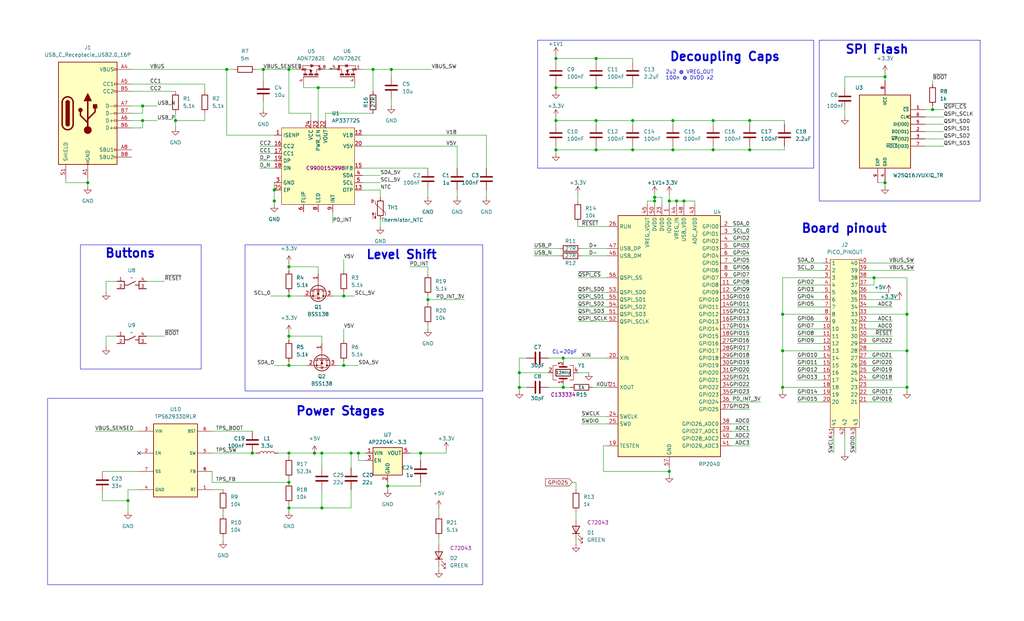
<source format=kicad_sch>
(kicad_sch (version 20231120) (generator "eeschema") (generator_version "8.0")
  (paper "USLegal")
  (title_block (title "PicoPD Pro") (date "2024-12-06") (company "CentyLab"))
  (junction (at 227.33 68.58))
  (junction (at 121.92 157.48))
  (junction (at 119.38 102.87))
  (junction (at 219.71 52.07))
  (junction (at 307.34 63.5))
  (junction (at 247.65 52.07))
  (junction (at 271.78 109.22))
  (junction (at 323.85 38.1))
  (junction (at 247.65 41.91))
  (junction (at 146.05 157.48))
  (junction (at 195.58 124.46))
  (junction (at 134.62 168.91))
  (junction (at 110.49 30.48))
  (junction (at 44.45 173.99))
  (junction (at 100.33 102.87))
  (junction (at 135.89 24.13))
  (junction (at 100.33 92.71))
  (junction (at 95.25 66.04))
  (junction (at 219.71 41.91))
  (junction (at 314.96 134.62))
  (junction (at 100.33 24.13))
  (junction (at 78.74 24.13))
  (junction (at 119.38 127))
  (junction (at 49.53 36.83))
  (junction (at 49.53 41.91))
  (junction (at 129.54 24.13))
  (junction (at 207.01 52.07))
  (junction (at 100.33 116.84))
  (junction (at 180.34 134.62))
  (junction (at 207.01 20.32))
  (junction (at 100.33 167.64))
  (junction (at 148.59 104.14))
  (junction (at 111.76 157.48))
  (junction (at 233.68 41.91))
  (junction (at 303.53 96.52))
  (junction (at 60.96 41.91))
  (junction (at 232.41 163.83))
  (junction (at 314.96 109.22))
  (junction (at 180.34 129.54))
  (junction (at 234.95 69.85))
  (junction (at 124.46 157.48))
  (junction (at 307.34 26.67))
  (junction (at 109.22 157.48))
  (junction (at 91.44 24.13))
  (junction (at 260.35 41.91))
  (junction (at 271.78 134.62))
  (junction (at 95.25 69.85))
  (junction (at 260.35 52.07))
  (junction (at 207.01 41.91))
  (junction (at 100.33 127))
  (junction (at 207.01 30.48))
  (junction (at 193.04 20.32))
  (junction (at 193.04 52.07))
  (junction (at 30.48 63.5))
  (junction (at 227.33 69.85))
  (junction (at 314.96 121.92))
  (junction (at 232.41 69.85))
  (junction (at 111.76 176.53))
  (junction (at 193.04 30.48))
  (junction (at 87.63 157.48))
  (junction (at 193.04 41.91))
  (junction (at 237.49 69.85))
  (junction (at 100.33 157.48))
  (junction (at 271.78 121.92))
  (junction (at 100.33 176.53))
  (junction (at 233.68 52.07))
  (junction (at 195.58 134.62))
  (no_connect (at 48.26 157.48))
  (wire (pts (xy 271.78 121.92) (xy 285.75 121.92)))
  (wire (pts (xy 60.96 41.91) (xy 60.96 44.45)))
  (wire (pts (xy 45.72 36.83) (xy 49.53 36.83)))
  (wire (pts (xy 36.83 116.84) (xy 40.64 116.84)))
  (wire (pts (xy 314.96 135.89) (xy 314.96 134.62)))
  (wire (pts (xy 271.78 121.92) (xy 271.78 134.62)))
  (wire (pts (xy 323.85 38.1) (xy 327.66 38.1)))
  (wire (pts (xy 110.49 30.48) (xy 105.41 30.48)))
  (wire (pts (xy 254 124.46) (xy 260.35 124.46)))
  (wire (pts (xy 254 104.14) (xy 260.35 104.14)))
  (wire (pts (xy 50.8 116.84) (xy 57.15 116.84)))
  (wire (pts (xy 300.99 114.3) (xy 309.88 114.3)))
  (wire (pts (xy 254 93.98) (xy 260.35 93.98)))
  (wire (pts (xy 300.99 129.54) (xy 309.88 129.54)))
  (wire (pts (xy 254 111.76) (xy 260.35 111.76)))
  (wire (pts (xy 201.93 147.32) (xy 210.82 147.32)))
  (wire (pts (xy 209.55 154.94) (xy 209.55 163.83)))
  (wire (pts (xy 247.65 41.91) (xy 260.35 41.91)))
  (wire (pts (xy 73.66 167.64) (xy 100.33 167.64)))
  (wire (pts (xy 49.53 36.83) (xy 49.53 39.37)))
  (wire (pts (xy 180.34 134.62) (xy 182.88 134.62)))
  (wire (pts (xy 219.71 29.21) (xy 219.71 30.48)))
  (wire (pts (xy 300.99 132.08) (xy 309.88 132.08)))
  (wire (pts (xy 200.025 177.8) (xy 200.025 180.34)))
  (wire (pts (xy 73.66 157.48) (xy 87.63 157.48)))
  (wire (pts (xy 303.53 96.52) (xy 303.53 99.06)))
  (wire (pts (xy 271.78 96.52) (xy 271.78 109.22)))
  (wire (pts (xy 35.56 163.83) (xy 48.26 163.83)))
  (wire (pts (xy 90.17 58.42) (xy 95.25 58.42)))
  (wire (pts (xy 100.33 24.13) (xy 102.87 24.13)))
  (wire (pts (xy 232.41 67.31) (xy 232.41 69.85)))
  (wire (pts (xy 44.45 173.99) (xy 35.56 173.99)))
  (wire (pts (xy 100.33 175.26) (xy 100.33 176.53)))
  (wire (pts (xy 229.87 68.58) (xy 227.33 68.58)))
  (wire (pts (xy 254 81.28) (xy 260.35 81.28)))
  (wire (pts (xy 254 78.74) (xy 260.35 78.74)))
  (wire (pts (xy 293.37 38.1) (xy 293.37 40.64)))
  (wire (pts (xy 300.99 134.62) (xy 314.96 134.62)))
  (wire (pts (xy 107.95 41.91) (xy 107.95 39.37)))
  (wire (pts (xy 142.24 92.71) (xy 148.59 92.71)))
  (wire (pts (xy 303.53 96.52) (xy 314.96 96.52)))
  (wire (pts (xy 254 147.32) (xy 260.35 147.32)))
  (wire (pts (xy 180.34 129.54) (xy 190.5 129.54)))
  (wire (pts (xy 121.92 157.48) (xy 124.46 157.48)))
  (wire (pts (xy 276.86 139.7) (xy 285.75 139.7)))
  (wire (pts (xy 180.34 129.54) (xy 180.34 124.46)))
  (wire (pts (xy 142.24 157.48) (xy 146.05 157.48)))
  (wire (pts (xy 44.45 170.18) (xy 48.26 170.18)))
  (wire (pts (xy 121.92 170.18) (xy 121.92 176.53)))
  (wire (pts (xy 45.72 44.45) (xy 49.53 44.45)))
  (wire (pts (xy 148.59 95.25) (xy 148.59 92.71)))
  (wire (pts (xy 200.66 129.54) (xy 204.47 129.54)))
  (wire (pts (xy 234.95 69.85) (xy 237.49 69.85)))
  (wire (pts (xy 234.95 69.85) (xy 234.95 71.12)))
  (wire (pts (xy 276.86 129.54) (xy 285.75 129.54)))
  (wire (pts (xy 119.38 114.3) (xy 119.38 118.11)))
  (wire (pts (xy 113.03 24.13) (xy 115.57 24.13)))
  (wire (pts (xy 247.65 50.8) (xy 247.65 52.07)))
  (wire (pts (xy 276.86 99.06) (xy 285.75 99.06)))
  (wire (pts (xy 113.03 41.91) (xy 113.03 39.37)))
  (wire (pts (xy 201.93 144.78) (xy 210.82 144.78)))
  (wire (pts (xy 193.04 30.48) (xy 207.01 30.48)))
  (wire (pts (xy 91.44 27.94) (xy 91.44 24.13)))
  (wire (pts (xy 77.47 177.8) (xy 77.47 179.07)))
  (wire (pts (xy 260.35 41.91) (xy 260.35 43.18)))
  (wire (pts (xy 100.33 157.48) (xy 100.33 158.75)))
  (polyline (pts (xy 186.69 13.97) (xy 282.575 13.97)))
  (wire (pts (xy 254 139.7) (xy 264.16 139.7)))
  (wire (pts (xy 152.4 176.53) (xy 152.4 179.07)))
  (wire (pts (xy 132.08 76.2) (xy 132.08 78.74)))
  (wire (pts (xy 100.33 102.87) (xy 100.33 101.6)))
  (wire (pts (xy 254 149.86) (xy 260.35 149.86)))
  (wire (pts (xy 148.59 113.03) (xy 148.59 114.3)))
  (wire (pts (xy 233.68 50.8) (xy 233.68 52.07)))
  (wire (pts (xy 200.66 67.31) (xy 200.66 69.85)))
  (wire (pts (xy 73.66 170.18) (xy 77.47 170.18)))
  (wire (pts (xy 90.17 55.88) (xy 95.25 55.88)))
  (wire (pts (xy 276.86 127) (xy 285.75 127)))
  (wire (pts (xy 232.41 69.85) (xy 232.41 71.12)))
  (wire (pts (xy 289.56 151.13) (xy 289.56 157.48)))
  (wire (pts (xy 119.38 127) (xy 124.46 127)))
  (wire (pts (xy 193.04 30.48) (xy 193.04 31.75)))
  (wire (pts (xy 254 86.36) (xy 260.35 86.36)))
  (wire (pts (xy 314.96 121.92) (xy 314.96 109.22)))
  (wire (pts (xy 125.73 24.13) (xy 129.54 24.13)))
  (wire (pts (xy 154.94 156.21) (xy 154.94 157.48)))
  (wire (pts (xy 224.79 69.85) (xy 227.33 69.85)))
  (wire (pts (xy 321.31 45.72) (xy 327.66 45.72)))
  (wire (pts (xy 95.25 66.04) (xy 95.25 69.85)))
  (wire (pts (xy 233.68 41.91) (xy 233.68 43.18)))
  (wire (pts (xy 100.33 116.84) (xy 100.33 118.11)))
  (wire (pts (xy 207.01 20.32) (xy 219.71 20.32)))
  (wire (pts (xy 125.73 58.42) (xy 148.59 58.42)))
  (wire (pts (xy 110.49 30.48) (xy 110.49 41.91)))
  (wire (pts (xy 193.04 19.05) (xy 193.04 20.32)))
  (wire (pts (xy 247.65 41.91) (xy 247.65 43.18)))
  (wire (pts (xy 300.99 139.7) (xy 309.88 139.7)))
  (wire (pts (xy 45.72 39.37) (xy 49.53 39.37)))
  (wire (pts (xy 78.74 24.13) (xy 81.28 24.13)))
  (wire (pts (xy 148.59 104.14) (xy 148.59 105.41)))
  (wire (pts (xy 100.33 39.37) (xy 100.33 24.13)))
  (wire (pts (xy 300.99 111.76) (xy 309.88 111.76)))
  (wire (pts (xy 297.18 151.13) (xy 297.18 157.48)))
  (wire (pts (xy 193.04 52.07) (xy 207.01 52.07)))
  (wire (pts (xy 254 114.3) (xy 260.35 114.3)))
  (wire (pts (xy 200.66 104.14) (xy 210.82 104.14)))
  (wire (pts (xy 190.5 124.46) (xy 195.58 124.46)))
  (wire (pts (xy 219.71 41.91) (xy 233.68 41.91)))
  (wire (pts (xy 78.74 24.13) (xy 78.74 46.99)))
  (wire (pts (xy 91.44 24.13) (xy 100.33 24.13)))
  (wire (pts (xy 276.86 106.68) (xy 285.75 106.68)))
  (wire (pts (xy 146.05 167.64) (xy 146.05 168.91)))
  (wire (pts (xy 219.71 20.32) (xy 219.71 21.59)))
  (wire (pts (xy 193.04 52.07) (xy 193.04 53.34)))
  (wire (pts (xy 100.33 157.48) (xy 109.22 157.48)))
  (wire (pts (xy 254 91.44) (xy 260.35 91.44)))
  (wire (pts (xy 276.86 91.44) (xy 285.75 91.44)))
  (wire (pts (xy 168.91 66.04) (xy 168.91 68.58)))
  (wire (pts (xy 60.96 39.37) (xy 60.96 41.91)))
  (wire (pts (xy 227.33 67.31) (xy 227.33 68.58)))
  (wire (pts (xy 271.78 134.62) (xy 285.75 134.62)))
  (wire (pts (xy 148.59 66.04) (xy 148.59 68.58)))
  (wire (pts (xy 88.9 24.13) (xy 91.44 24.13)))
  (wire (pts (xy 22.86 63.5) (xy 30.48 63.5)))
  (wire (pts (xy 200.66 96.52) (xy 210.82 96.52)))
  (wire (pts (xy 30.48 62.23) (xy 30.48 63.5)))
  (wire (pts (xy 96.52 157.48) (xy 100.33 157.48)))
  (wire (pts (xy 307.34 26.67) (xy 307.34 27.94)))
  (wire (pts (xy 134.62 168.91) (xy 134.62 170.18)))
  (wire (pts (xy 200.66 106.68) (xy 210.82 106.68)))
  (wire (pts (xy 260.35 50.8) (xy 260.35 52.07)))
  (wire (pts (xy 232.41 69.85) (xy 234.95 69.85)))
  (wire (pts (xy 115.57 102.87) (xy 119.38 102.87)))
  (wire (pts (xy 307.34 63.5) (xy 307.34 64.77)))
  (wire (pts (xy 254 132.08) (xy 260.35 132.08)))
  (wire (pts (xy 276.86 116.84) (xy 285.75 116.84)))
  (wire (pts (xy 90.17 50.8) (xy 95.25 50.8)))
  (wire (pts (xy 158.75 58.42) (xy 158.75 50.8)))
  (wire (pts (xy 254 96.52) (xy 260.35 96.52)))
  (wire (pts (xy 300.99 91.44) (xy 317.5 91.44)))
  (wire (pts (xy 185.42 88.9) (xy 194.31 88.9)))
  (wire (pts (xy 232.41 163.83) (xy 232.41 165.1)))
  (wire (pts (xy 314.96 109.22) (xy 314.96 96.52)))
  (wire (pts (xy 36.83 97.79) (xy 40.64 97.79)))
  (wire (pts (xy 190.5 134.62) (xy 195.58 134.62)))
  (wire (pts (xy 193.04 21.59) (xy 193.04 20.32)))
  (wire (pts (xy 237.49 69.85) (xy 241.3 69.85)))
  (wire (pts (xy 276.86 132.08) (xy 285.75 132.08)))
  (wire (pts (xy 45.72 41.91) (xy 49.53 41.91)))
  (wire (pts (xy 111.76 157.48) (xy 121.92 157.48)))
  (wire (pts (xy 300.99 124.46) (xy 309.88 124.46)))
  (wire (pts (xy 276.86 111.76) (xy 285.75 111.76)))
  (wire (pts (xy 180.34 129.54) (xy 180.34 134.62)))
  (wire (pts (xy 207.01 41.91) (xy 207.01 43.18)))
  (wire (pts (xy 207.01 30.48) (xy 219.71 30.48)))
  (wire (pts (xy 91.44 35.56) (xy 91.44 38.1)))
  (wire (pts (xy 107.95 39.37) (xy 100.33 39.37)))
  (wire (pts (xy 300.99 106.68) (xy 309.88 106.68)))
  (wire (pts (xy 200.66 78.74) (xy 200.66 77.47)))
  (polyline (pts (xy 186.69 13.97) (xy 186.69 58.42)))
  (wire (pts (xy 254 129.54) (xy 260.35 129.54)))
  (wire (pts (xy 121.92 157.48) (xy 121.92 162.56)))
  (wire (pts (xy 49.53 41.91) (xy 54.61 41.91)))
  (wire (pts (xy 124.46 160.02) (xy 124.46 157.48)))
  (wire (pts (xy 93.98 102.87) (xy 100.33 102.87)))
  (wire (pts (xy 254 137.16) (xy 260.35 137.16)))
  (wire (pts (xy 71.12 39.37) (xy 71.12 41.91)))
  (wire (pts (xy 116.84 127) (xy 119.38 127)))
  (wire (pts (xy 193.04 41.91) (xy 193.04 43.18)))
  (wire (pts (xy 125.73 46.99) (xy 168.91 46.99)))
  (wire (pts (xy 146.05 157.48) (xy 146.05 160.02)))
  (wire (pts (xy 100.33 92.71) (xy 100.33 93.98)))
  (wire (pts (xy 185.42 86.36) (xy 194.31 86.36)))
  (wire (pts (xy 254 88.9) (xy 260.35 88.9)))
  (wire (pts (xy 321.31 43.18) (xy 327.66 43.18)))
  (wire (pts (xy 100.33 176.53) (xy 100.33 177.8)))
  (wire (pts (xy 200.025 167.64) (xy 200.025 170.18)))
  (wire (pts (xy 135.89 26.67) (xy 135.89 24.13)))
  (wire (pts (xy 30.48 63.5) (xy 30.48 64.77)))
  (wire (pts (xy 148.59 104.14) (xy 161.29 104.14)))
  (wire (pts (xy 300.99 121.92) (xy 314.96 121.92)))
  (wire (pts (xy 260.35 52.07) (xy 272.415 52.07)))
  (wire (pts (xy 293.37 26.67) (xy 307.34 26.67)))
  (wire (pts (xy 115.57 73.66) (xy 115.57 77.47)))
  (polyline (pts (xy 340.36 69.85) (xy 284.48 69.85)))
  (wire (pts (xy 201.93 86.36) (xy 210.82 86.36)))
  (wire (pts (xy 125.73 63.5) (xy 132.08 63.5)))
  (wire (pts (xy 44.45 173.99) (xy 44.45 170.18)))
  (wire (pts (xy 247.65 52.07) (xy 260.35 52.07)))
  (wire (pts (xy 207.01 29.21) (xy 207.01 30.48)))
  (wire (pts (xy 100.33 91.44) (xy 100.33 92.71)))
  (wire (pts (xy 224.79 71.12) (xy 224.79 69.85)))
  (wire (pts (xy 113.03 39.37) (xy 129.54 39.37)))
  (wire (pts (xy 100.33 176.53) (xy 111.76 176.53)))
  (wire (pts (xy 254 152.4) (xy 260.35 152.4)))
  (wire (pts (xy 276.86 119.38) (xy 285.75 119.38)))
  (wire (pts (xy 119.38 125.73) (xy 119.38 127)))
  (wire (pts (xy 193.04 20.32) (xy 207.01 20.32)))
  (wire (pts (xy 132.08 66.04) (xy 132.08 68.58)))
  (wire (pts (xy 207.01 41.91) (xy 219.71 41.91)))
  (wire (pts (xy 276.86 93.98) (xy 285.75 93.98)))
  (wire (pts (xy 45.72 24.13) (xy 78.74 24.13)))
  (wire (pts (xy 254 119.38) (xy 260.35 119.38)))
  (wire (pts (xy 201.93 88.9) (xy 210.82 88.9)))
  (polyline (pts (xy 284.48 13.97) (xy 340.36 13.97)))
  (wire (pts (xy 105.41 30.48) (xy 105.41 29.21)))
  (wire (pts (xy 209.55 163.83) (xy 232.41 163.83)))
  (wire (pts (xy 254 116.84) (xy 260.35 116.84)))
  (wire (pts (xy 210.82 154.94) (xy 209.55 154.94)))
  (wire (pts (xy 95.25 46.99) (xy 78.74 46.99)))
  (wire (pts (xy 300.99 119.38) (xy 309.88 119.38)))
  (wire (pts (xy 127 160.02) (xy 124.46 160.02)))
  (wire (pts (xy 90.17 53.34) (xy 95.25 53.34)))
  (wire (pts (xy 300.99 137.16) (xy 309.88 137.16)))
  (wire (pts (xy 300.99 93.98) (xy 317.5 93.98)))
  (wire (pts (xy 205.74 134.62) (xy 210.82 134.62)))
  (wire (pts (xy 109.22 157.48) (xy 111.76 157.48)))
  (wire (pts (xy 49.53 36.83) (xy 54.61 36.83)))
  (wire (pts (xy 323.85 29.21) (xy 323.85 27.94)))
  (wire (pts (xy 110.49 30.48) (xy 123.19 30.48)))
  (wire (pts (xy 233.68 52.07) (xy 247.65 52.07)))
  (wire (pts (xy 95.25 63.5) (xy 95.25 66.04)))
  (wire (pts (xy 134.62 168.91) (xy 146.05 168.91)))
  (wire (pts (xy 227.33 69.85) (xy 227.33 71.12)))
  (wire (pts (xy 321.31 50.8) (xy 327.66 50.8)))
  (wire (pts (xy 152.4 186.69) (xy 152.4 189.23)))
  (wire (pts (xy 135.89 24.13) (xy 149.86 24.13)))
  (wire (pts (xy 60.96 41.91) (xy 71.12 41.91)))
  (wire (pts (xy 200.66 111.76) (xy 210.82 111.76)))
  (wire (pts (xy 276.86 104.14) (xy 285.75 104.14)))
  (wire (pts (xy 200.66 78.74) (xy 210.82 78.74)))
  (wire (pts (xy 293.37 30.48) (xy 293.37 26.67)))
  (wire (pts (xy 180.34 124.46) (xy 182.88 124.46)))
  (wire (pts (xy 276.86 101.6) (xy 285.75 101.6)))
  (wire (pts (xy 100.33 102.87) (xy 105.41 102.87)))
  (wire (pts (xy 168.91 46.99) (xy 168.91 58.42)))
  (wire (pts (xy 300.99 101.6) (xy 308.61 101.6)))
  (wire (pts (xy 300.99 109.22) (xy 314.96 109.22)))
  (wire (pts (xy 321.31 48.26) (xy 327.66 48.26)))
  (wire (pts (xy 300.99 96.52) (xy 303.53 96.52)))
  (wire (pts (xy 200.025 187.96) (xy 200.025 189.23)))
  (wire (pts (xy 276.86 124.46) (xy 285.75 124.46)))
  (wire (pts (xy 254 121.92) (xy 260.35 121.92)))
  (wire (pts (xy 35.56 173.99) (xy 35.56 171.45)))
  (wire (pts (xy 276.86 137.16) (xy 285.75 137.16)))
  (wire (pts (xy 111.76 157.48) (xy 111.76 162.56)))
  (wire (pts (xy 271.78 134.62) (xy 271.78 135.89)))
  (wire (pts (xy 229.87 71.12) (xy 229.87 68.58)))
  (wire (pts (xy 44.45 177.8) (xy 44.45 173.99)))
  (wire (pts (xy 129.54 24.13) (xy 135.89 24.13)))
  (wire (pts (xy 237.49 69.85) (xy 237.49 71.12)))
  (wire (pts (xy 100.33 92.71) (xy 110.49 92.71)))
  (wire (pts (xy 100.33 167.64) (xy 100.33 166.37)))
  (wire (pts (xy 193.04 40.64) (xy 193.04 41.91)))
  (wire (pts (xy 271.78 109.22) (xy 285.75 109.22)))
  (wire (pts (xy 146.05 157.48) (xy 154.94 157.48)))
  (wire (pts (xy 271.78 109.22) (xy 271.78 121.92)))
  (wire (pts (xy 195.58 125.73) (xy 195.58 124.46)))
  (wire (pts (xy 195.58 133.35) (xy 195.58 134.62)))
  (wire (pts (xy 100.33 125.73) (xy 100.33 127)))
  (wire (pts (xy 195.58 134.62) (xy 198.12 134.62)))
  (wire (pts (xy 300.99 104.14) (xy 312.42 104.14)))
  (wire (pts (xy 33.02 149.86) (xy 48.26 149.86)))
  (wire (pts (xy 123.19 30.48) (xy 123.19 29.21)))
  (wire (pts (xy 119.38 90.17) (xy 119.38 93.98)))
  (wire (pts (xy 49.53 41.91) (xy 49.53 44.45)))
  (wire (pts (xy 271.78 96.52) (xy 285.75 96.52)))
  (wire (pts (xy 124.46 157.48) (xy 127 157.48)))
  (wire (pts (xy 260.35 41.91) (xy 272.415 41.91)))
  (wire (pts (xy 152.4 196.85) (xy 152.4 198.12)))
  (wire (pts (xy 195.58 124.46) (xy 210.82 124.46)))
  (wire (pts (xy 254 134.62) (xy 260.35 134.62)))
  (wire (pts (xy 254 142.24) (xy 260.35 142.24)))
  (wire (pts (xy 73.66 149.86) (xy 87.63 149.86)))
  (wire (pts (xy 272.415 52.07) (xy 272.415 50.8)))
  (wire (pts (xy 50.8 97.79) (xy 57.15 97.79)))
  (wire (pts (xy 71.12 29.21) (xy 71.12 31.75)))
  (wire (pts (xy 119.38 102.87) (xy 119.38 101.6)))
  (wire (pts (xy 193.04 50.8) (xy 193.04 52.07)))
  (wire (pts (xy 254 101.6) (xy 260.35 101.6)))
  (wire (pts (xy 100.33 116.84) (xy 111.76 116.84)))
  (polyline (pts (xy 284.48 13.97) (xy 284.48 69.85)))
  (wire (pts (xy 321.31 38.1) (xy 323.85 38.1)))
  (wire (pts (xy 158.75 66.04) (xy 158.75 68.58)))
  (wire (pts (xy 134.62 167.64) (xy 134.62 168.91)))
  (wire (pts (xy 321.31 40.64) (xy 327.66 40.64)))
  (wire (pts (xy 158.75 50.8) (xy 125.73 50.8)))
  (wire (pts (xy 254 154.94) (xy 260.35 154.94)))
  (wire (pts (xy 200.66 101.6) (xy 210.82 101.6)))
  (polyline (pts (xy 340.36 13.97) (xy 340.36 69.85)))
  (wire (pts (xy 219.71 41.91) (xy 219.71 43.18)))
  (wire (pts (xy 198.755 167.64) (xy 200.025 167.64)))
  (wire (pts (xy 254 127) (xy 260.35 127)))
  (wire (pts (xy 254 99.06) (xy 260.35 99.06)))
  (wire (pts (xy 241.3 69.85) (xy 241.3 71.12)))
  (wire (pts (xy 45.72 29.21) (xy 71.12 29.21)))
  (polyline (pts (xy 282.575 58.42) (xy 186.69 58.42)))
  (wire (pts (xy 254 109.22) (xy 260.35 109.22)))
  (wire (pts (xy 254 106.68) (xy 260.35 106.68)))
  (wire (pts (xy 73.66 167.64) (xy 73.66 163.83)))
  (wire (pts (xy 219.71 52.07) (xy 233.68 52.07)))
  (wire (pts (xy 193.04 41.91) (xy 207.01 41.91)))
  (wire (pts (xy 100.33 115.57) (xy 100.33 116.84)))
  (wire (pts (xy 148.59 102.87) (xy 148.59 104.14)))
  (wire (pts (xy 300.99 116.84) (xy 309.88 116.84)))
  (wire (pts (xy 219.71 50.8) (xy 219.71 52.07)))
  (wire (pts (xy 307.34 25.4) (xy 307.34 26.67)))
  (wire (pts (xy 200.66 109.22) (xy 210.82 109.22)))
  (wire (pts (xy 207.01 20.32) (xy 207.01 21.59)))
  (wire (pts (xy 110.49 92.71) (xy 110.49 95.25)))
  (wire (pts (xy 125.73 60.96) (xy 132.08 60.96)))
  (wire (pts (xy 121.92 176.53) (xy 111.76 176.53)))
  (polyline (pts (xy 282.575 13.97) (xy 282.575 58.42)))
  (wire (pts (xy 87.63 157.48) (xy 88.9 157.48)))
  (wire (pts (xy 293.37 151.13) (xy 293.37 157.48)))
  (wire (pts (xy 254 83.82) (xy 260.35 83.82)))
  (wire (pts (xy 125.73 66.04) (xy 132.08 66.04)))
  (wire (pts (xy 323.85 36.83) (xy 323.85 38.1)))
  (wire (pts (xy 314.96 134.62) (xy 314.96 121.92)))
  (wire (pts (xy 45.72 31.75) (xy 60.96 31.75)))
  (wire (pts (xy 300.99 99.06) (xy 303.53 99.06)))
  (wire (pts (xy 95.25 127) (xy 100.33 127)))
  (wire (pts (xy 276.86 114.3) (xy 285.75 114.3)))
  (wire (pts (xy 304.8 63.5) (xy 307.34 63.5)))
  (wire (pts (xy 95.25 69.85) (xy 95.25 71.12)))
  (wire (pts (xy 111.76 170.18) (xy 111.76 176.53)))
  (wire (pts (xy 119.38 102.87) (xy 123.19 102.87)))
  (wire (pts (xy 207.01 52.07) (xy 219.71 52.07)))
  (wire (pts (xy 77.47 186.69) (xy 77.47 187.96)))
  (wire (pts (xy 207.01 50.8) (xy 207.01 52.07)))
  (wire (pts (xy 193.04 29.21) (xy 193.04 30.48)))
  (wire (pts (xy 135.89 34.29) (xy 135.89 36.83)))
  (wire (pts (xy 22.86 62.23) (xy 22.86 63.5)))
  (wire (pts (xy 129.54 24.13) (xy 129.54 31.75)))
  (wire (pts (xy 233.68 41.91) (xy 247.65 41.91)))
  (wire (pts (xy 232.41 162.56) (xy 232.41 163.83)))
  (wire (pts (xy 180.34 134.62) (xy 180.34 135.89)))
  (wire (pts (xy 111.76 116.84) (xy 111.76 119.38)))
  (wire (pts (xy 100.33 127) (xy 106.68 127)))
  (wire (pts (xy 227.33 68.58) (xy 227.33 69.85)))
  (wire (pts (xy 36.83 116.84) (xy 36.83 120.65)))
  (wire (pts (xy 272.415 41.91) (xy 272.415 43.18)))
  (wire (pts (xy 300.99 127) (xy 309.88 127)))
  (wire (pts (xy 36.83 97.79) (xy 36.83 101.6)))
  (rectangle (start 85.09 85.09) (end 167.64 135.89))
  (rectangle (start 27.94 85.09) (end 69.85 128.27))
  (rectangle (start 16.51 138.43) (end 167.64 203.2))
  (text "Buttons" (at 36.322 89.916 0) (effects (font (size 3 3) (thickness 0.6) (bold yes)) (justify left bottom)))
  (text "CL=20pF\n" (at 191.77 123.19 0) (effects (font (size 1.27 1.27)) (justify left bottom)))
  (text "SPI Flash\n" (at 293.37 19.05 0) (effects (font (size 3 3) (thickness 0.6) (bold yes)) (justify left bottom)))
  (text "Board pinout" (at 278.13 81.28 0) (effects (font (size 3 3) (thickness 0.6) (bold yes)) (justify left bottom)))
  (text "Power Stages" (at 102.616 144.78 0) (effects (font (size 3 3) (thickness 0.6) (bold yes)) (justify left bottom)))
  (text "Level Shift" (at 127 90.424 0) (effects (font (size 3 3) (thickness 0.6) (bold yes)) (justify left bottom)))
  (text "2u2 @ VREG_OUT\n100n @ DVDD x2" (at 231.14 27.94 0) (effects (font (size 1.27 1.27)) (justify left bottom)))
  (text "Decoupling Caps" (at 232.41 21.59 0) (effects (font (size 3 3) (thickness 0.6) (bold yes)) (justify left bottom)))
  (label "PD_INT_3V" (at 161.29 104.14 180))
  (label "SDA_5V" (at 132.08 60.96 0))
  (label "SCL_5V" (at 123.19 102.87 0))
  (label "VBUS_SW" (at 317.5 91.44 180))
  (label "PD_INT_3V" (at 264.16 139.7 180))
  (label "GPIO21" (at 260.35 132.08 180))
  (label "~{QSPI_CS}" (at 200.66 96.52 0))
  (label "GPIO8" (at 276.86 116.84 0))
  (label "VBUS_SW" (at 149.86 24.13 0))
  (label "QSPI_SD1" (at 200.66 104.14 0))
  (label "GPIO18" (at 260.35 124.46 180))
  (label "V18" (at 154.94 46.99 0))
  (label "GPIO22" (at 260.35 134.62 180))
  (label "TPS_BOOT" (at 74.93 149.86 0))
  (label "QSPI_SD0" (at 327.66 43.18 0))
  (label "GPIO6" (at 276.86 111.76 0))
  (label "GPIO10" (at 276.86 124.46 0))
  (label "ADC1" (at 309.88 111.76 180))
  (label "GPIO10" (at 260.35 104.14 180))
  (label "SDA_0" (at 260.35 78.74 180))
  (label "GPIO20" (at 260.35 129.54 180))
  (label "XOUT" (at 207.01 134.62 0))
  (label "VBUS_SENSED" (at 91.44 24.13 0))
  (label "GPIO17" (at 260.35 121.92 180))
  (label "SWCLK" (at 201.93 144.78 0))
  (label "SCL_0" (at 260.35 81.28 180))
  (label "GPIO3" (at 260.35 86.36 180))
  (label "QSPI_SCLK" (at 200.66 111.76 0))
  (label "ADC3" (at 260.35 154.94 180))
  (label "GPIO12" (at 276.86 129.54 0))
  (label "USB_N" (at 54.61 36.83 0))
  (label "~{RESET}" (at 201.93 78.74 0))
  (label "D-" (at 204.47 88.9 0))
  (label "SWDIO" (at 201.93 147.32 0))
  (label "QSPI_SD0" (at 200.66 101.6 0))
  (label "NMOS" (at 114.3 24.13 0) (effects (font (size 0.254 0.254))))
  (label "V5V" (at 119.38 90.17 0))
  (label "USB_P" (at 54.61 41.91 0))
  (label "GPIO4" (at 276.86 104.14 0))
  (label "SDA_0" (at 276.86 91.44 0))
  (label "GPIO3" (at 276.86 101.6 0))
  (label "GPIO12" (at 260.35 109.22 180))
  (label "GPIO22" (at 309.88 119.38 180))
  (label "GPIO11" (at 276.86 127 0))
  (label "GPIO13" (at 260.35 111.76 180))
  (label "ADC1" (at 260.35 149.86 180))
  (label "GPIO9" (at 276.86 119.38 0))
  (label "GPIO11" (at 260.35 106.68 180))
  (label "GPIO23" (at 260.35 137.16 180))
  (label "GPIO7" (at 260.35 96.52 180))
  (label "GPIO19" (at 309.88 129.54 180))
  (label "GPIO20" (at 309.88 127 180))
  (label "V5V" (at 154.94 50.8 0))
  (label "ADC2" (at 309.88 106.68 180))
  (label "CC1" (at 52.07 29.21 0))
  (label "VBUS" (at 52.07 24.13 0))
  (label "~{RESET}" (at 309.88 116.84 180))
  (label "ADC0" (at 309.88 114.3 180))
  (label "GPIO5" (at 276.86 106.68 0))
  (label "~{QSPI_CS}" (at 327.66 38.1 0))
  (label "QSPI_SD1" (at 327.66 45.72 0))
  (label "TPS_SW" (at 74.93 157.48 0))
  (label "D_N" (at 90.17 58.42 0))
  (label "GPIO16" (at 260.35 119.38 180))
  (label "VBUS_SENSED" (at 33.02 149.86 0))
  (label "CC1" (at 90.17 53.34 0))
  (label "GPIO15" (at 276.86 139.7 0))
  (label "CC2" (at 52.07 31.75 0))
  (label "VBUS_SW" (at 317.5 93.98 180))
  (label "GPIO8" (at 260.35 99.06 180))
  (label "GPIO2" (at 260.35 83.82 180))
  (label "GPIO15" (at 260.35 116.84 180))
  (label "SCL_0" (at 276.86 93.98 0))
  (label "GPIO17" (at 309.88 137.16 180))
  (label "GPIO13" (at 276.86 132.08 0))
  (label "QSPI_SCLK" (at 327.66 40.64 0))
  (label "V5V" (at 119.38 114.3 0))
  (label "PD_INT" (at 142.24 92.71 0))
  (label "GPIO4" (at 260.35 88.9 180))
  (label "~{RESET}" (at 57.15 97.79 0))
  (label "SDA_5V" (at 124.46 127 0))
  (label "SCL_5V" (at 132.08 63.5 0))
  (label "QSPI_SD3" (at 327.66 50.8 0))
  (label "SWDIO" (at 297.18 157.48 90))
  (label "QSPI_SD2" (at 200.66 106.68 0))
  (label "GPIO9" (at 260.35 101.6 180))
  (label "NTC" (at 132.08 66.04 0))
  (label "USB_N" (at 185.42 88.9 0))
  (label "GPIO7" (at 276.86 114.3 0))
  (label "D+" (at 204.47 86.36 0))
  (label "SCL_0" (at 93.98 102.87 180))
  (label "D_P" (at 90.17 55.88 0))
  (label "USB_P" (at 185.42 86.36 0))
  (label "~{BOOT}" (at 323.85 27.94 0))
  (label "GPIO25" (at 260.35 142.24 180))
  (label "XIN" (at 201.93 124.46 0))
  (label "GPIO21" (at 309.88 124.46 180))
  (label "ADC2" (at 260.35 152.4 180))
  (label "GPIO18" (at 309.88 132.08 180))
  (label "SDA_0" (at 95.25 127 180))
  (label "ADC0" (at 260.35 147.32 180))
  (label "GPIO16" (at 309.88 139.7 180))
  (label "CC2" (at 90.17 50.8 0))
  (label "GPIO14" (at 260.35 114.3 180))
  (label "SWCLK" (at 289.56 157.48 90))
  (label "TPS_FB" (at 74.93 167.64 0))
  (label "GPIO14" (at 276.86 137.16 0))
  (label "GPIO19" (at 260.35 127 180))
  (label "GPIO2" (at 276.86 99.06 0))
  (label "PD_INT" (at 115.57 77.47 0))
  (label "GPIO5" (at 260.35 91.44 180))
  (label "QSPI_SD3" (at 200.66 109.22 0))
  (label "GPIO6" (at 260.35 93.98 180))
  (label "QSPI_SD2" (at 327.66 48.26 0))
  (label "~{BOOT}" (at 57.15 116.84 0))
  (global_label "GPIO25" (shape input) (at 198.755 167.64 180) (property "Intersheetrefs" "${INTERSHEET_REFS}" (effects (hide yes))))
  (symbol (lib_id "power:GND") (at 95.25 71.12 0) (unit 1)
    (property "Reference" "#PWR03" (effects (hide yes)))
    (property "Value" "GND" (at 95.25 76.2 0))
    (property "Description" "Power symbol creates a global label with name \"GND\" , ground" (effects (hide yes)))
  )
  (symbol (lib_id "Device:R") (at 198.12 88.9 90) (unit 1)
    (property "Reference" "R12" (at 198.12 91.44 90))
    (property "Value" "27R" (at 198.12 88.9 90))
    (property "Footprint" "Resistor_SMD:R_0402_1005Metric" (effects (hide yes)))
    (property "LCSC" "C138021" (effects (hide yes)))
  )
  (symbol (lib_id "Device:R") (at 77.47 182.88 0) (unit 1)
    (property "Reference" "R10" (at 80.01 181.6099 0) (effects (justify left)))
    (property "Value" "10k" (at 80.01 184.1499 0) (effects (justify left)))
    (property "Footprint" "Resistor_SMD:R_0402_1005Metric" (effects (hide yes)))
    (property "Description" "Resistor" (effects (hide yes)))
    (property "LCSC" "C25744" (effects (hide yes)))
  )
  (symbol (lib_id "Device:C") (at 219.71 25.4 0) (unit 1)
    (property "Reference" "C13" (at 223.52 24.1299 0) (effects (justify left)))
    (property "Value" "2.2uF" (at 223.52 26.6699 0) (effects (justify left)))
    (property "Footprint" "Capacitor_SMD:C_0402_1005Metric" (effects (hide yes)))
    (property "LCSC" "C12530" (effects (hide yes)))
  )
  (symbol (lib_id "Regulator_Linear:AP2204K-3.3") (at 134.62 160.02 0) (unit 1)
    (property "Reference" "U7" (at 134.62 151.13 0))
    (property "Value" "AP2204K-3.3" (at 134.62 153.67 0))
    (property "Footprint" "Package_TO_SOT_SMD:SOT-23-5" (effects (hide yes)))
    (property "Datasheet" "https://www.diodes.com/assets/Datasheets/AP2204.pdf" (effects (hide yes)))
    (property "JLCPCB Rotation Offset" "0" (effects (hide yes)))
    (property "LCSC" "C112032" (effects (hide yes)))
  )
  (symbol (lib_id "Centy_Miscellaneous:Button_3.2x2.5") (at 45.72 99.06 0) (unit 1)
    (property "Reference" "U8" (at 45.72 93.98 0))
    (property "Value" "~" (at 45.72 96.52 0))
    (property "Footprint" "Centy_Miscellaneous:Button_3.2x2.5" (effects (hide yes)))
    (property "Description" "Tactile Switch SPST-NO Top Actuated Surface Mount" (effects (hide yes)))
    (property "LCSC" "C221896" (effects (hide yes)))
  )
  (symbol (lib_id "power:GND") (at 152.4 198.12 0) (unit 1)
    (property "Reference" "#PWR040" (effects (hide yes)))
    (property "Value" "GND" (effects (hide yes)))
  )
  (symbol (lib_id "power:GND") (at 158.75 68.58 0) (unit 1)
    (property "Reference" "#PWR05" (effects (hide yes)))
    (property "Value" "GND" (at 158.75 73.66 0))
    (property "Description" "Power symbol creates a global label with name \"GND\" , ground" (effects (hide yes)))
  )
  (symbol (lib_id "power:GND") (at 30.48 64.77 0) (unit 1)
    (property "Reference" "#PWR011" (effects (hide yes)))
    (property "Value" "GND" (at 30.48 69.85 0))
    (property "Description" "Power symbol creates a global label with name \"GND\" , ground" (effects (hide yes)))
  )
  (symbol (lib_id "Transistor_FET:BSS138") (at 110.49 100.33 270) (unit 1)
    (property "Reference" "Q1" (at 110.49 106.68 90))
    (property "Value" "BSS138" (at 110.49 109.22 90))
    (property "Footprint" "Package_TO_SOT_SMD:SOT-323_SC-70" (effects (hide yes)))
    (property "Datasheet" "https://www.onsemi.com/pub/Collateral/BSS138-D.PDF" (effects (hide yes)))
    (property "Description" "50V Vds, 0.22A Id, N-Channel MOSFET, SOT-23" (effects (hide yes)))
    (property "LCSC" "C383201" (effects (hide yes)))
    (property "JLCPCB Rotation Offset" "180" (effects (hide yes)))
  )
  (symbol (lib_id "power:+5V") (at 152.4 176.53 0) (unit 1)
    (property "Reference" "#PWR041" (effects (hide yes)))
    (property "Value" "+5V" (at 152.4 171.45 0))
    (property "Description" "Power symbol creates a global label with name \"+5V\"" (effects (hide yes)))
  )
  (symbol (lib_id "power:GND") (at 293.37 40.64 0) (unit 1)
    (property "Reference" "#PWR012" (effects (hide yes)))
    (property "Value" "GND" (effects (hide yes)))
  )
  (symbol (lib_id "power:GND") (at 271.78 135.89 0) (unit 1)
    (property "Reference" "#PWR023" (effects (hide yes)))
    (property "Value" "GND" (effects (hide yes)))
  )
  (symbol (lib_id "power:GND") (at 132.08 78.74 0) (unit 1)
    (property "Reference" "#PWR07" (effects (hide yes)))
    (property "Value" "GND" (at 132.08 83.82 0))
    (property "Description" "Power symbol creates a global label with name \"GND\" , ground" (effects (hide yes)))
  )
  (symbol (lib_id "Device:C") (at 146.05 163.83 0) (mirror y) (unit 1)
    (property "Reference" "C24" (at 143.51 162.56 0) (effects (justify left)))
    (property "Value" "1u" (at 143.51 165.1 0) (effects (justify left)))
    (property "Footprint" "Capacitor_SMD:C_0603_1608Metric" (effects (hide yes)))
    (property "LCSC" "C15849" (effects (hide yes)))
  )
  (symbol (lib_id "Power_Converter:TPS62933DRLR") (at 60.96 160.02 0) (unit 1)
    (property "Reference" "U10" (at 60.96 142.24 0))
    (property "Value" "TPS62933DRLR" (at 60.96 144.78 0))
    (property "Footprint" "Power_Converter:SOT583" (effects (hide yes)))
    (property "Datasheet" "https://www.lcsc.com/datasheet/lcsc_datasheet_2302220500_Texas-Instruments-TPS62933DRLR_C3200405.pdf" (effects (hide yes)))
    (property "Description" "Buck 3.8V~30V 3A 800mV~22V" (effects (hide yes)))
    (property "LCSC" "C3200405" (effects (hide yes)))
  )
  (symbol (lib_id "Device:R") (at 119.38 121.92 0) (unit 1)
    (property "Reference" "R6" (at 121.92 120.6499 0) (effects (justify left)))
    (property "Value" "5.1k" (at 121.92 123.1899 0) (effects (justify left)))
    (property "Footprint" "Resistor_SMD:R_0402_1005Metric" (effects (hide yes)))
    (property "LCSC" "C25905" (effects (hide yes)))
  )
  (symbol (lib_id "Device:R") (at 198.12 86.36 90) (unit 1)
    (property "Reference" "R11" (at 198.12 83.82 90))
    (property "Value" "27R" (at 198.12 86.36 90))
    (property "Footprint" "Resistor_SMD:R_0402_1005Metric" (effects (hide yes)))
    (property "LCSC" "C138021" (effects (hide yes)))
  )
  (symbol (lib_id "Device:R") (at 200.66 73.66 0) (unit 1)
    (property "Reference" "R14" (at 203.2 72.3899 0) (effects (justify left)))
    (property "Value" "10k" (at 203.2 74.9299 0) (effects (justify left)))
    (property "Footprint" "Resistor_SMD:R_0402_1005Metric" (effects (hide yes)))
    (property "LCSC" "C25744" (effects (hide yes)))
  )
  (symbol (lib_id "Device:C") (at 35.56 167.64 0) (unit 1)
    (property "Reference" "C23" (at 38.608 166.37 0) (effects (justify left)))
    (property "Value" "33n" (at 38.608 168.91 0) (effects (justify left)))
    (property "Footprint" "Capacitor_SMD:C_0603_1608Metric" (effects (hide yes)))
    (property "Description" "Unpolarized capacitor" (effects (hide yes)))
    (property "LCSC" "C21117 " (effects (hide yes)))
  )
  (symbol (lib_id "Device:C") (at 207.01 46.99 0) (unit 1)
    (property "Reference" "C12" (at 210.82 45.7199 0) (effects (justify left)))
    (property "Value" "100nF" (at 210.82 48.2599 0) (effects (justify left)))
    (property "Footprint" "Capacitor_SMD:C_0402_1005Metric" (effects (hide yes)))
    (property "LCSC" "C1525" (effects (hide yes)))
  )
  (symbol (lib_id "power:GND") (at 293.37 157.48 0) (unit 1)
    (property "Reference" "#PWR024" (effects (hide yes)))
    (property "Value" "GND" (effects (hide yes)))
  )
  (symbol (lib_id "Device:R") (at 100.33 171.45 0) (unit 1)
    (property "Reference" "R18" (at 102.87 170.1799 0) (effects (justify left)))
    (property "Value" "10k" (at 102.87 172.7199 0) (effects (justify left)))
    (property "Footprint" "Resistor_SMD:R_0402_1005Metric" (effects (hide yes)))
    (property "Description" "Resistor" (effects (hide yes)))
    (property "LCSC" "C25744" (effects (hide yes)))
  )
  (symbol (lib_id "Centy_Miscellaneous:Button_3.2x2.5") (at 45.72 118.11 0) (unit 1)
    (property "Reference" "U9" (at 45.72 113.03 0))
    (property "Value" "~" (at 45.72 115.57 0))
    (property "Footprint" "Centy_Miscellaneous:Button_3.2x2.5" (effects (hide yes)))
    (property "Description" "Tactile Switch SPST-NO Top Actuated Surface Mount" (effects (hide yes)))
    (property "LCSC" "C221896" (effects (hide yes)))
  )
  (symbol (lib_id "Device:R") (at 85.09 24.13 90) (unit 1)
    (property "Reference" "R7" (at 85.09 17.78 90))
    (property "Value" "5m" (at 85.09 20.32 90))
    (property "Footprint" "Resistor_SMD:R_0805_2012Metric" (effects (hide yes)))
    (property "Description" "Resistor" (effects (hide yes)))
    (property "LCSC" " C728267" (effects (hide yes)))
    (property "Part #" " PA0805FRE470R005L" (effects (hide yes)))
  )
  (symbol (lib_id "Centy_Miscellaneous:PicoPD_Pinout") (at 293.37 114.3 0) (unit 1) (in_bom no)
    (property "Reference" "J2" (at 293.37 85.09 0))
    (property "Value" "PICO_PINOUT" (at 293.37 87.63 0))
    (property "Footprint" "Centy_Miscellaneous:PicoPD_Pinout" (effects (hide yes)))
    (property "Description" "RaspberryPi Standard Footprint" (effects (hide yes)))
  )
  (symbol (lib_id "power:GND") (at 44.45 177.8 0) (unit 1)
    (property "Reference" "#PWR033" (effects (hide yes)))
    (property "Value" "GND" (at 44.45 182.88 0))
    (property "Description" "Power symbol creates a global label with name \"GND\" , ground" (effects (hide yes)))
  )
  (symbol (lib_id "Device:R") (at 129.54 35.56 180) (unit 1)
    (property "Reference" "R16" (at 127 35.56 90))
    (property "Value" "27R" (at 129.54 35.56 90))
    (property "Footprint" "Resistor_SMD:R_0402_1005Metric" (effects (hide yes)))
    (property "LCSC" "C138021" (effects (hide yes)))
  )
  (symbol (lib_id "power:GND") (at 193.04 31.75 0) (unit 1)
    (property "Reference" "#PWR028" (effects (hide yes)))
    (property "Value" "GND" (effects (hide yes)))
  )
  (symbol (lib_id "power:GND") (at 135.89 36.83 0) (unit 1)
    (property "Reference" "#PWR010" (effects (hide yes)))
    (property "Value" "GND" (at 135.89 41.91 0))
    (property "Description" "Power symbol creates a global label with name \"GND\" , ground" (effects (hide yes)))
  )
  (symbol (lib_id "Device:R") (at 71.12 35.56 0) (unit 1)
    (property "Reference" "R2" (at 73.66 34.2899 0) (effects (justify left)))
    (property "Value" "5.1k" (at 73.66 36.8299 0) (effects (justify left)))
    (property "Footprint" "Resistor_SMD:R_0402_1005Metric" (effects (hide yes)))
    (property "LCSC" "C25905" (effects (hide yes)))
  )
  (symbol (lib_id "Device:R") (at 148.59 109.22 0) (unit 1)
    (property "Reference" "R20" (at 151.13 107.9499 0) (effects (justify left)))
    (property "Value" "10k" (at 151.13 110.4899 0) (effects (justify left)))
    (property "Footprint" "Resistor_SMD:R_0402_1005Metric" (effects (hide yes)))
    (property "Description" "Resistor" (effects (hide yes)))
    (property "LCSC" "C25744" (effects (hide yes)))
  )
  (symbol (lib_id "Device:C") (at 148.59 62.23 0) (mirror y) (unit 1)
    (property "Reference" "C2" (at 146.05 60.96 0) (effects (justify left)))
    (property "Value" "100nF" (at 146.05 63.5 0) (effects (justify left)))
    (property "Footprint" "Capacitor_SMD:C_0402_1005Metric" (effects (hide yes)))
    (property "LCSC" "C1525" (effects (hide yes)))
  )
  (symbol (lib_id "power:GND") (at 134.62 170.18 0) (unit 1)
    (property "Reference" "#PWR034" (effects (hide yes)))
    (property "Value" "GND" (at 134.62 175.26 0))
    (property "Description" "Power symbol creates a global label with name \"GND\" , ground" (effects (hide yes)))
  )
  (symbol (lib_id "power:GND") (at 180.34 135.89 0) (unit 1)
    (property "Reference" "#PWR016" (effects (hide yes)))
    (property "Value" "GND" (effects (hide yes)))
  )
  (symbol (lib_id "Transistor_FET:BSS138") (at 111.76 124.46 270) (unit 1)
    (property "Reference" "Q2" (at 111.76 130.81 90))
    (property "Value" "BSS138" (at 111.76 133.35 90))
    (property "Footprint" "Package_TO_SOT_SMD:SOT-323_SC-70" (effects (hide yes)))
    (property "Datasheet" "https://www.onsemi.com/pub/Collateral/BSS138-D.PDF" (effects (hide yes)))
    (property "Description" "50V Vds, 0.22A Id, N-Channel MOSFET, SOT-23" (effects (hide yes)))
    (property "LCSC" "C383201" (effects (hide yes)))
  )
  (symbol (lib_id "Device:C") (at 193.04 25.4 0) (unit 1)
    (property "Reference" "C9" (at 196.85 24.1299 0) (effects (justify left)))
    (property "Value" "100nF" (at 196.85 26.6699 0) (effects (justify left)))
    (property "Footprint" "Capacitor_SMD:C_0402_1005Metric" (effects (hide yes)))
    (property "LCSC" "C1525" (effects (hide yes)))
  )
  (symbol (lib_id "Transistor_MOSFET:AON7262E") (at 107.95 24.13 270) (mirror x) (unit 1)
    (property "Reference" "U5" (at 108.077 17.78 90))
    (property "Value" "AON7262E" (at 108.077 20.32 90))
    (property "Footprint" "Transistor_MOSFET:DFN-8(3.3x3.3)" (effects (hide yes)))
    (property "Datasheet" "https://www.lcsc.com/datasheet/lcsc_datasheet_1804172047_Alpha---Omega-Semicon-AON7262E_C176755.pdf" (effects (hide yes)))
    (property "Description" "NMOS 60V 6.2mΩ@10V" (effects (hide yes)))
    (property "LCSC" "C176755" (effects (hide yes)))
  )
  (symbol (lib_id "power:GND") (at 36.83 120.65 0) (unit 1)
    (property "Reference" "#PWR036" (effects (hide yes)))
    (property "Value" "GND" (effects (hide yes)))
  )
  (symbol (lib_id "power:GND") (at 77.47 187.96 0) (unit 1)
    (property "Reference" "#PWR015" (effects (hide yes)))
    (property "Value" "GND" (at 77.47 193.04 0))
    (property "Description" "Power symbol creates a global label with name \"GND\" , ground" (effects (hide yes)))
  )
  (symbol (lib_id "Device:R") (at 201.93 134.62 90) (unit 1)
    (property "Reference" "R15" (at 201.93 137.16 90))
    (property "Value" "1k" (at 201.93 134.62 90))
    (property "Footprint" "Resistor_SMD:R_0402_1005Metric" (effects (hide yes)))
    (property "LCSC" "C11702" (effects (hide yes)))
  )
  (symbol (lib_id "power:GND") (at 307.34 64.77 0) (unit 1)
    (property "Reference" "#PWR014" (effects (hide yes)))
    (property "Value" "GND" (effects (hide yes)))
  )
  (symbol (lib_id "Device:R") (at 323.85 33.02 0) (unit 1)
    (property "Reference" "R8" (at 326.39 31.7499 0) (effects (justify left)))
    (property "Value" "1k" (at 326.39 34.2899 0) (effects (justify left)))
    (property "Footprint" "Resistor_SMD:R_0402_1005Metric" (effects (hide yes)))
    (property "LCSC" "C11702" (effects (hide yes)))
  )
  (symbol (lib_id "Device:C") (at 111.76 166.37 0) (unit 1)
    (property "Reference" "C25" (at 115.57 165.0999 0) (effects (justify left)))
    (property "Value" "22u" (at 115.57 167.6399 0) (effects (justify left)))
    (property "Footprint" "Capacitor_SMD:C_0805_2012Metric" (effects (hide yes)))
    (property "Datasheet" "https://www.lcsc.com/datasheet/lcsc_datasheet_2005191033_Samwha-Capacitor-CS3216X5R106K500NRI_C513774.pdf" (effects (hide yes)))
    (property "Description" "Unpolarized capacitor" (effects (hide yes)))
    (property "LCSC" "C45783" (effects (hide yes)))
  )
  (symbol (lib_id "Device:C") (at 193.04 46.99 0) (unit 1)
    (property "Reference" "C10" (at 196.85 45.7199 0) (effects (justify left)))
    (property "Value" "100nF" (at 196.85 48.2599 0) (effects (justify left)))
    (property "Footprint" "Capacitor_SMD:C_0402_1005Metric" (effects (hide yes)))
    (property "LCSC" "C1525" (effects (hide yes)))
  )
  (symbol (lib_id "power:+5V") (at 308.61 101.6 0) (unit 1)
    (property "Reference" "#PWR032" (effects (hide yes)))
    (property "Value" "+5V" (at 305.562 99.822 0))
    (property "Description" "Power symbol creates a global label with name \"+5V\"" (effects (hide yes)))
  )
  (symbol (lib_id "Device:Thermistor_NTC") (at 132.08 72.39 0) (unit 1)
    (property "Reference" "TH1" (at 134.62 72.0725 0) (effects (justify left)))
    (property "Value" "Thermistor_NTC" (at 132.334 76.454 0) (effects (justify left)))
    (property "Footprint" "Resistor_SMD:R_0402_1005Metric" (effects (hide yes)))
    (property "LCSC" "C77131" (effects (hide yes)))
  )
  (symbol (lib_id "Device:C") (at 293.37 34.29 0) (unit 1)
    (property "Reference" "C6" (at 288.29 33.02 0) (effects (justify left)))
    (property "Value" "100nF" (at 287.02 36.83 0) (effects (justify left)))
    (property "Footprint" "Capacitor_SMD:C_0402_1005Metric" (effects (hide yes)))
    (property "LCSC" "C1525" (effects (hide yes)))
  )
  (symbol (lib_id "power:GND") (at 168.91 68.58 0) (unit 1)
    (property "Reference" "#PWR06" (effects (hide yes)))
    (property "Value" "GND" (at 168.91 73.66 0))
    (property "Description" "Power symbol creates a global label with name \"GND\" , ground" (effects (hide yes)))
  )
  (symbol (lib_id "Device:C") (at 186.69 124.46 270) (unit 1)
    (property "Reference" "C7" (at 186.69 120.65 90))
    (property "Value" "30pF" (at 186.69 127 90))
    (property "Footprint" "Capacitor_SMD:C_0402_1005Metric" (effects (hide yes)))
    (property "LCSC" "C1570" (effects (hide yes)))
  )
  (symbol (lib_id "Device:L") (at 92.71 157.48 90) (unit 1)
    (property "Reference" "L1" (at 92.71 152.4 90))
    (property "Value" "3.3u" (at 92.71 154.94 90))
    (property "Footprint" "Inductor_SMD:L_Wuerth_MAPI-4020" (effects (hide yes)))
    (property "Description" "Inductor" (effects (hide yes)))
    (property "LCSC" "C5349667" (effects (hide yes)))
  )
  (symbol (lib_id "Transistor_MOSFET:AON7262E") (at 120.65 24.13 90) (unit 1)
    (property "Reference" "U6" (at 120.523 17.78 90))
    (property "Value" "AON7262E" (at 120.523 20.32 90))
    (property "Footprint" "Transistor_MOSFET:DFN-8(3.3x3.3)" (effects (hide yes)))
    (property "Datasheet" "https://www.lcsc.com/datasheet/lcsc_datasheet_1804172047_Alpha---Omega-Semicon-AON7262E_C176755.pdf" (effects (hide yes)))
    (property "Description" "NMOS 60V 6.2mΩ@10V" (effects (hide yes)))
    (property "LCSC" "C176755" (effects (hide yes)))
  )
  (symbol (lib_id "Device:C") (at 186.69 134.62 270) (unit 1)
    (property "Reference" "C8" (at 186.69 130.81 90))
    (property "Value" "30pF" (at 186.69 138.43 90))
    (property "Footprint" "Capacitor_SMD:C_0402_1005Metric" (effects (hide yes)))
    (property "LCSC" "C1570" (effects (hide yes)))
  )
  (symbol (lib_id "Device:LED") (at 200.025 184.15 90) (unit 1)
    (property "Reference" "D1" (at 203.835 185.1025 90) (effects (justify right)))
    (property "Value" "GREEN" (at 203.835 187.6425 90) (effects (justify right)))
    (property "Footprint" "LED_SMD:LED_0603_1608Metric" (effects (hide yes)))
    (property "LCSC" "C72043" (at 207.645 181.61 90))
  )
  (symbol (lib_id "power:+3.3V") (at 154.94 156.21 0) (unit 1)
    (property "Reference" "#PWR035" (effects (hide yes)))
    (property "Value" "+3.3V" (at 154.94 152.4 0))
  )
  (symbol (lib_id "power:GND") (at 148.59 68.58 0) (unit 1)
    (property "Reference" "#PWR04" (effects (hide yes)))
    (property "Value" "GND" (at 148.59 73.66 0))
    (property "Description" "Power symbol creates a global label with name \"GND\" , ground" (effects (hide yes)))
  )
  (symbol (lib_id "power:+5V") (at 109.22 157.48 0) (unit 1)
    (property "Reference" "#PWR038" (effects (hide yes)))
    (property "Value" "+5V" (at 109.22 152.4 0))
    (property "Description" "Power symbol creates a global label with name \"+5V\"" (effects (hide yes)))
  )
  (symbol (lib_id "Device:C") (at 121.92 166.37 0) (unit 1)
    (property "Reference" "C20" (at 125.73 165.0999 0) (effects (justify left)))
    (property "Value" "22u" (at 125.73 167.6399 0) (effects (justify left)))
    (property "Footprint" "Capacitor_SMD:C_0805_2012Metric" (effects (hide yes)))
    (property "Datasheet" "https://www.lcsc.com/datasheet/lcsc_datasheet_2005191033_Samwha-Capacitor-CS3216X5R106K500NRI_C513774.pdf" (effects (hide yes)))
    (property "Description" "Unpolarized capacitor" (effects (hide yes)))
    (property "LCSC" "C45783" (effects (hide yes)))
  )
  (symbol (lib_id "Device:C") (at 135.89 30.48 0) (unit 1)
    (property "Reference" "C5" (at 139.7 29.2099 0) (effects (justify left)))
    (property "Value" "10u" (at 139.7 31.7499 0) (effects (justify left)))
    (property "Footprint" "Capacitor_SMD:C_1206_3216Metric" (effects (hide yes)))
    (property "Datasheet" "https://www.lcsc.com/datasheet/lcsc_datasheet_2005191033_Samwha-Capacitor-CS3216X5R106K500NRI_C513774.pdf" (effects (hide yes)))
    (property "Description" "Unpolarized capacitor" (effects (hide yes)))
    (property "LCSC" "C513774" (effects (hide yes)))
  )
  (symbol (lib_id "power:+3.3V") (at 193.04 40.64 0) (unit 1)
    (property "Reference" "#PWR029" (effects (hide yes)))
    (property "Value" "+3.3V" (at 193.04 36.83 0))
  )
  (symbol (lib_id "power:GND") (at 314.96 135.89 0) (unit 1)
    (property "Reference" "#PWR026" (effects (hide yes)))
    (property "Value" "GND" (effects (hide yes)))
  )
  (symbol (lib_id "power:+3.3V") (at 307.34 25.4 0) (unit 1)
    (property "Reference" "#PWR013" (effects (hide yes)))
    (property "Value" "+3.3V" (at 307.34 20.32 0))
  )
  (symbol (lib_id "power:GND") (at 200.025 189.23 0) (unit 1)
    (property "Reference" "#PWR017" (effects (hide yes)))
    (property "Value" "GND" (effects (hide yes)))
  )
  (symbol (lib_id "Device:C") (at 219.71 46.99 0) (unit 1)
    (property "Reference" "C14" (at 223.52 45.7199 0) (effects (justify left)))
    (property "Value" "100nF" (at 223.52 48.2599 0) (effects (justify left)))
    (property "Footprint" "Capacitor_SMD:C_0402_1005Metric" (effects (hide yes)))
    (property "LCSC" "C1525" (effects (hide yes)))
  )
  (symbol (lib_id "power:GND") (at 100.33 177.8 0) (unit 1)
    (property "Reference" "#PWR031" (effects (hide yes)))
    (property "Value" "GND" (at 100.33 182.88 0))
    (property "Description" "Power symbol creates a global label with name \"GND\" , ground" (effects (hide yes)))
  )
  (symbol (lib_id "MCU_RaspberryPi:RP2040") (at 232.41 116.84 0) (unit 1)
    (property "Reference" "U4" (at 247.65 73.66 0) (effects (justify left)))
    (property "Value" "RP2040" (at 242.57 161.29 0) (effects (justify left)))
    (property "Footprint" "Package_DFN_QFN:QFN-56-1EP_7x7mm_P0.4mm_EP3.2x3.2mm" (effects (hide yes)))
    (property "Datasheet" "https://datasheets.raspberrypi.com/rp2040/rp2040-datasheet.pdf" (effects (hide yes)))
    (property "LCSC" "C2040" (effects (hide yes)))
  )
  (symbol (lib_id "power:+3.3V") (at 100.33 91.44 0) (unit 1)
    (property "Reference" "#PWR01" (effects (hide yes)))
    (property "Value" "+3.3V" (at 100.33 86.36 0))
    (property "Description" "Power symbol creates a global label with name \"+3.3V\"" (effects (hide yes)))
  )
  (symbol (lib_id "power:GND") (at 60.96 44.45 0) (unit 1)
    (property "Reference" "#PWR08" (effects (hide yes)))
    (property "Value" "GND" (at 60.96 49.53 0))
    (property "Description" "Power symbol creates a global label with name \"GND\" , ground" (effects (hide yes)))
  )
  (symbol (lib_id "power:+3.3V") (at 200.66 67.31 0) (unit 1)
    (property "Reference" "#PWR018" (effects (hide yes)))
    (property "Value" "+3.3V" (at 200.66 63.5 0))
  )
  (symbol (lib_id "Device:R") (at 200.025 173.99 0) (unit 1)
    (property "Reference" "R13" (at 202.565 172.7199 0) (effects (justify left)))
    (property "Value" "1k" (at 202.565 175.2599 0) (effects (justify left)))
    (property "Footprint" "Resistor_SMD:R_0402_1005Metric" (effects (hide yes)))
    (property "LCSC" "C11702" (effects (hide yes)))
  )
  (symbol (lib_id "power:+3.3V") (at 312.42 104.14 0) (unit 1)
    (property "Reference" "#PWR025" (effects (hide yes)))
    (property "Value" "+3.3V" (at 308.61 103.124 0))
  )
  (symbol (lib_id "Device:C") (at 91.44 31.75 0) (unit 1)
    (property "Reference" "C4" (at 95.25 30.4799 0) (effects (justify left)))
    (property "Value" "10u" (at 95.25 33.0199 0) (effects (justify left)))
    (property "Footprint" "Capacitor_SMD:C_1206_3216Metric" (effects (hide yes)))
    (property "Datasheet" "https://www.lcsc.com/datasheet/lcsc_datasheet_2005191033_Samwha-Capacitor-CS3216X5R106K500NRI_C513774.pdf" (effects (hide yes)))
    (property "Description" "Unpolarized capacitor" (effects (hide yes)))
    (property "LCSC" "C513774" (effects (hide yes)))
  )
  (symbol (lib_id "power:+3.3V") (at 232.41 67.31 0) (unit 1)
    (property "Reference" "#PWR021" (effects (hide yes)))
    (property "Value" "+3.3V" (at 232.41 63.5 0))
  )
  (symbol (lib_id "Device:Crystal_GND24") (at 195.58 129.54 90) (unit 1)
    (property "Reference" "Y1" (at 201.93 127 90))
    (property "Value" "12MHz" (at 195.58 129.54 90) (effects (font (size 1 1))))
    (property "Footprint" "Crystal:Crystal_SMD_3225-4Pin_3.2x2.5mm" (effects (hide yes)))
    (property "LCSC" "C133334" (at 195.58 137.16 90))
  )
  (symbol (lib_id "Device:R") (at 100.33 121.92 0) (unit 1)
    (property "Reference" "R5" (at 102.87 120.6499 0) (effects (justify left)))
    (property "Value" "5.1k" (at 102.87 123.1899 0) (effects (justify left)))
    (property "Footprint" "Resistor_SMD:R_0402_1005Metric" (effects (hide yes)))
    (property "LCSC" "C25905" (effects (hide yes)))
  )
  (symbol (lib_id "Device:R") (at 77.47 173.99 0) (unit 1)
    (property "Reference" "R9" (at 80.01 172.7199 0) (effects (justify left)))
    (property "Value" "10k" (at 80.01 175.2599 0) (effects (justify left)))
    (property "Footprint" "Resistor_SMD:R_0402_1005Metric" (effects (hide yes)))
    (property "Description" "Resistor" (effects (hide yes)))
    (property "LCSC" "C25744" (effects (hide yes)))
  )
  (symbol (lib_id "Device:C") (at 260.35 46.99 0) (unit 1)
    (property "Reference" "C17" (at 264.16 45.7199 0) (effects (justify left)))
    (property "Value" "100nF" (at 264.16 48.2599 0) (effects (justify left)))
    (property "Footprint" "Capacitor_SMD:C_0402_1005Metric" (effects (hide yes)))
    (property "LCSC" "C1525" (effects (hide yes)))
  )
  (symbol (lib_id "power:+1V1") (at 193.04 19.05 0) (unit 1)
    (property "Reference" "#PWR027" (effects (hide yes)))
    (property "Value" "+1V1" (at 193.04 15.24 0))
  )
  (symbol (lib_id "Connector_USBC:USB_C_Receptacle_USB2.0_16P") (at 30.48 39.37 0) (unit 1)
    (property "Reference" "J1" (at 30.48 16.51 0))
    (property "Value" "USB_C_Receptacle_USB2.0_16P" (at 30.48 19.05 0))
    (property "Footprint" "Connector_USBC:USB_C_GSwitch" (effects (hide yes)))
    (property "Datasheet" "https://www.usb.org/sites/default/files/documents/usb_type-c.zip" (effects (hide yes)))
    (property "Description" "USB 2.0 16P Type-C Receptacle" (effects (hide yes)))
    (property "LCSC" "C963411" (effects (hide yes)))
  )
  (symbol (lib_id "power:GND") (at 232.41 165.1 0) (unit 1)
    (property "Reference" "#PWR022" (effects (hide yes)))
    (property "Value" "GND" (effects (hide yes)))
  )
  (symbol (lib_id "power:GND") (at 193.04 53.34 0) (unit 1)
    (property "Reference" "#PWR030" (effects (hide yes)))
    (property "Value" "GND" (effects (hide yes)))
  )
  (symbol (lib_id "Device:C") (at 207.01 25.4 0) (unit 1)
    (property "Reference" "C11" (at 210.82 24.1299 0) (effects (justify left)))
    (property "Value" "100nF" (at 210.82 26.6699 0) (effects (justify left)))
    (property "Footprint" "Capacitor_SMD:C_0402_1005Metric" (effects (hide yes)))
    (property "LCSC" "C1525" (effects (hide yes)))
  )
  (symbol (lib_id "power:+3.3V") (at 100.33 115.57 0) (unit 1)
    (property "Reference" "#PWR02" (effects (hide yes)))
    (property "Value" "+3.3V" (at 100.33 110.49 0))
    (property "Description" "Power symbol creates a global label with name \"+3.3V\"" (effects (hide yes)))
  )
  (symbol (lib_id "Device:R") (at 100.33 162.56 0) (unit 1)
    (property "Reference" "R17" (at 102.87 161.2899 0) (effects (justify left)))
    (property "Value" "52.3k" (at 102.87 163.8299 0) (effects (justify left)))
    (property "Footprint" "Resistor_SMD:R_0402_1005Metric" (effects (hide yes)))
    (property "Description" "Resistor" (effects (hide yes)))
    (property "LCSC" " C103091" (effects (hide yes)))
  )
  (symbol (lib_id "Device:C") (at 233.68 46.99 0) (unit 1)
    (property "Reference" "C15" (at 237.49 45.7199 0) (effects (justify left)))
    (property "Value" "100nF" (at 237.49 48.2599 0) (effects (justify left)))
    (property "Footprint" "Capacitor_SMD:C_0402_1005Metric" (effects (hide yes)))
    (property "LCSC" "C1525" (effects (hide yes)))
  )
  (symbol (lib_id "Device:LED") (at 152.4 193.04 90) (unit 1)
    (property "Reference" "D2" (at 156.21 193.9925 90) (effects (justify right)))
    (property "Value" "GREEN" (at 156.21 196.5325 90) (effects (justify right)))
    (property "Footprint" "LED_SMD:LED_0603_1608Metric" (effects (hide yes)))
    (property "LCSC" "C72043" (at 160.02 190.5 90))
  )
  (symbol (lib_id "power:GND") (at 91.44 38.1 0) (unit 1)
    (property "Reference" "#PWR09" (effects (hide yes)))
    (property "Value" "GND" (at 91.44 43.18 0))
    (property "Description" "Power symbol creates a global label with name \"GND\" , ground" (effects (hide yes)))
  )
  (symbol (lib_id "power:GND") (at 204.47 129.54 0) (unit 1)
    (property "Reference" "#PWR019" (effects (hide yes)))
    (property "Value" "GND" (effects (hide yes)))
  )
  (symbol (lib_id "power:GND") (at 36.83 101.6 0) (unit 1)
    (property "Reference" "#PWR037" (effects (hide yes)))
    (property "Value" "GND" (effects (hide yes)))
  )
  (symbol (lib_id "Device:R") (at 152.4 182.88 0) (unit 1)
    (property "Reference" "R21" (at 154.94 181.6099 0) (effects (justify left)))
    (property "Value" "5.1k" (at 154.94 184.1499 0) (effects (justify left)))
    (property "Footprint" "Resistor_SMD:R_0402_1005Metric" (effects (hide yes)))
    (property "LCSC" "C25905" (effects (hide yes)))
  )
  (symbol (lib_id "Device:R") (at 148.59 99.06 0) (unit 1)
    (property "Reference" "R19" (at 151.13 97.7899 0) (effects (justify left)))
    (property "Value" "5.1k" (at 151.13 100.3299 0) (effects (justify left)))
    (property "Footprint" "Resistor_SMD:R_0402_1005Metric" (effects (hide yes)))
    (property "LCSC" "C25905" (effects (hide yes)))
  )
  (symbol (lib_id "Device:R") (at 60.96 35.56 0) (unit 1)
    (property "Reference" "R1" (at 63.5 34.2899 0) (effects (justify left)))
    (property "Value" "5.1k" (at 63.5 36.8299 0) (effects (justify left)))
    (property "Footprint" "Resistor_SMD:R_0402_1005Metric" (effects (hide yes)))
    (property "LCSC" "C25905" (effects (hide yes)))
  )
  (symbol (lib_id "Device:C") (at 87.63 153.67 0) (mirror y) (unit 1)
    (property "Reference" "C19" (at 85.09 152.4 0) (effects (justify left)))
    (property "Value" "100nF" (at 85.09 154.94 0) (effects (justify left)))
    (property "Footprint" "Capacitor_SMD:C_0402_1005Metric" (effects (hide yes)))
    (property "LCSC" "C1525" (effects (hide yes)))
  )
  (symbol (lib_id "Device:C") (at 272.415 46.99 0) (unit 1)
    (property "Reference" "C18" (at 276.225 45.7199 0) (effects (justify left)))
    (property "Value" "2.2uF" (at 276.225 48.2599 0) (effects (justify left)))
    (property "Footprint" "Capacitor_SMD:C_0402_1005Metric" (effects (hide yes)))
    (property "LCSC" "C12530" (effects (hide yes)))
  )
  (symbol (lib_id "Centy_Miscellaneous:W25Q16JVUXIQ_TR") (at 307.34 44.45 0) (unit 1)
    (property "Reference" "U3" (at 299.72 30.48 0) (effects (justify right)))
    (property "Value" "W25Q16JVUXIQ_TR" (at 327.66 60.96 0) (effects (justify right)))
    (property "Footprint" "Centy_Miscellaneous:8-USON" (effects (hide yes)))
    (property "Description" "NOR Flash Serial (SPI, Dual SPI, Quad SPI) 3V/3.3V 16M-bit 2M x 8 6ns 8-Pin USON EP T/R" (effects (hide yes)))
    (property "MF" "Winbond" (effects (hide yes)))
    (property "MAXIMUM_PACKAGE_HEIGHT" "0.60mm" (effects (hide yes)))
    (property "Package" "UFDFN-8 Winbond" (effects (hide yes)))
    (property "Price" "None" (effects (hide yes)))
    (property "STANDARD" "Manufacturer Recommendations" (effects (hide yes)))
    (property "PARTREV" "H" (effects (hide yes)))
    (property "MP" "W25Q16JVUXIQ TR" (effects (hide yes)))
    (property "MANUFACTURER" "Winbond" (effects (hide yes)))
    (property "Availability" "In Stock" (effects (hide yes)))
    (property "LCSC" "C2843335" (effects (hide yes)))
    (property "JLCPCB Rotation Offset" "-90" (effects (hide yes)))
  )
  (symbol (lib_id "Interface_USBC:AP33772S") (at 113.03 58.42 0) (unit 1)
    (property "Reference" "U1" (at 115.2241 39.37 0) (effects (justify left)))
    (property "Value" "AP33772S" (at 115.2241 41.91 0) (effects (justify left)))
    (property "Footprint" "Interface_USBC:QFN-24-1EP_4x4mm_P0.5mm_EP2.6x2.6mm" (effects (hide yes)))
    (property "Datasheet" "https://www.diodes.com/assets/Datasheets/AP33772S.pdf" (effects (hide yes)))
    (property "Description" "USB PD Sink PD3.1 Controller 28V" (effects (hide yes)))
    (property "LCSC" "C9900152998" (at 113.03 58.42 0))
  )
  (symbol (lib_id "Device:C") (at 158.75 62.23 0) (mirror y) (unit 1)
    (property "Reference" "C1" (at 156.21 60.96 0) (effects (justify left)))
    (property "Value" "1u" (at 156.21 63.5 0) (effects (justify left)))
    (property "Footprint" "Capacitor_SMD:C_0603_1608Metric" (effects (hide yes)))
    (property "LCSC" "C15849" (effects (hide yes)))
  )
  (symbol (lib_id "Device:C") (at 247.65 46.99 0) (unit 1)
    (property "Reference" "C16" (at 251.46 45.7199 0) (effects (justify left)))
    (property "Value" "100nF" (at 251.46 48.2599 0) (effects (justify left)))
    (property "Footprint" "Capacitor_SMD:C_0402_1005Metric" (effects (hide yes)))
    (property "LCSC" "C1525" (effects (hide yes)))
  )
  (symbol (lib_id "Device:R") (at 119.38 97.79 0) (unit 1)
    (property "Reference" "R3" (at 121.92 96.5199 0) (effects (justify left)))
    (property "Value" "5.1k" (at 121.92 99.0599 0) (effects (justify left)))
    (property "Footprint" "Resistor_SMD:R_0402_1005Metric" (effects (hide yes)))
    (property "LCSC" "C25905" (effects (hide yes)))
  )
  (symbol (lib_id "power:+1V1") (at 227.33 67.31 0) (unit 1)
    (property "Reference" "#PWR020" (effects (hide yes)))
    (property "Value" "+1V1" (at 227.33 63.5 0))
  )
  (symbol (lib_id "power:GND") (at 148.59 114.3 0) (unit 1)
    (property "Reference" "#PWR039" (effects (hide yes)))
    (property "Value" "GND" (at 148.59 119.38 0))
    (property "Description" "Power symbol creates a global label with name \"GND\" , ground" (effects (hide yes)))
  )
  (symbol (lib_id "Device:R") (at 100.33 97.79 0) (unit 1)
    (property "Reference" "R4" (at 102.87 96.5199 0) (effects (justify left)))
    (property "Value" "5.1k" (at 102.87 99.0599 0) (effects (justify left)))
    (property "Footprint" "Resistor_SMD:R_0402_1005Metric" (effects (hide yes)))
    (property "LCSC" "C25905" (effects (hide yes)))
  )
  (symbol (lib_id "Device:C") (at 168.91 62.23 0) (mirror y) (unit 1)
    (property "Reference" "C3" (at 166.37 60.96 0) (effects (justify left)))
    (property "Value" "100nF" (at 166.37 63.5 0) (effects (justify left)))
    (property "Footprint" "Capacitor_SMD:C_0402_1005Metric" (effects (hide yes)))
    (property "LCSC" "C1525" (effects (hide yes)))
  )
)
</source>
